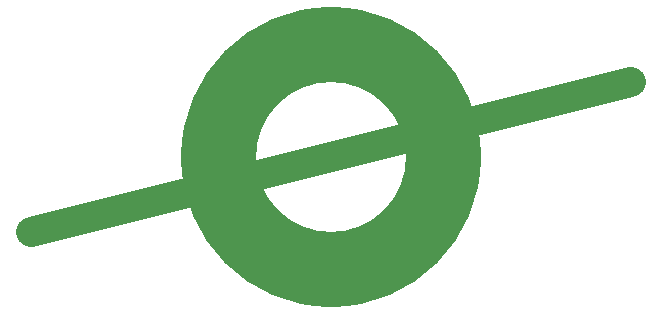
<source format=gbr>
From 4eb0e063bcd34c21b737023aa6ed5baed80658d1 Mon Sep 17 00:00:00 2001
From: jaseg <git@jaseg.de>
Date: Sun, 13 Jun 2021 15:00:17 +0200
Subject: Repo re-org, make gerberex tests run

---
 .../gerber/tests/resources/example_holes_dont_clear.gbr     | 13 +++++++++++++
 1 file changed, 13 insertions(+)
 create mode 100644 gerbonara/gerber/tests/resources/example_holes_dont_clear.gbr

(limited to 'gerbonara/gerber/tests/resources/example_holes_dont_clear.gbr')

diff --git a/gerbonara/gerber/tests/resources/example_holes_dont_clear.gbr b/gerbonara/gerber/tests/resources/example_holes_dont_clear.gbr
new file mode 100644
index 0000000..deeebd0
--- /dev/null
+++ b/gerbonara/gerber/tests/resources/example_holes_dont_clear.gbr
@@ -0,0 +1,13 @@
+G04 Demonstrates that apertures with holes do not clear the area - only the aperture hole*
+%FSLAX26Y26*%
+%MOIN*%
+%ADD10C,1X0.5*%
+%ADD11C,0.1*%
+G01*
+%LPD*%
+D11*
+X-1000000Y-250000D02*
+X1000000Y250000D01*
+D10*
+X0Y0D03*
+M02*
\ No newline at end of file
-- 
cgit 


</source>
